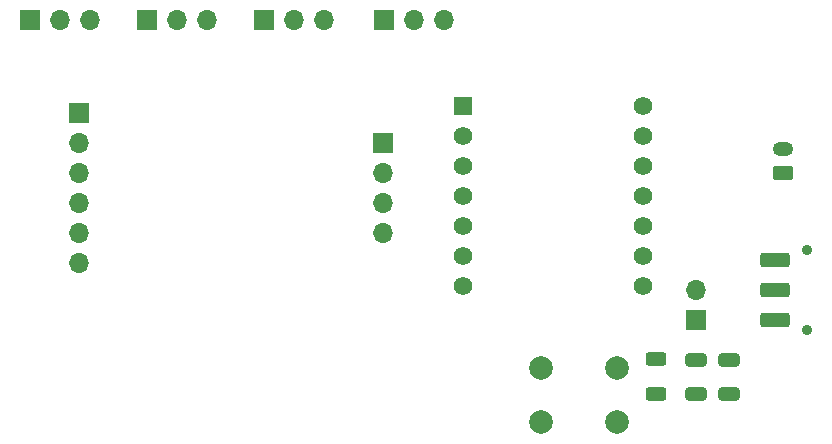
<source format=gbr>
%TF.GenerationSoftware,KiCad,Pcbnew,8.0.8*%
%TF.CreationDate,2025-02-27T22:48:28-08:00*%
%TF.ProjectId,SmartLitterBoxSensor,536d6172-744c-4697-9474-6572426f7853,rev?*%
%TF.SameCoordinates,Original*%
%TF.FileFunction,Soldermask,Top*%
%TF.FilePolarity,Negative*%
%FSLAX46Y46*%
G04 Gerber Fmt 4.6, Leading zero omitted, Abs format (unit mm)*
G04 Created by KiCad (PCBNEW 8.0.8) date 2025-02-27 22:48:28*
%MOMM*%
%LPD*%
G01*
G04 APERTURE LIST*
G04 Aperture macros list*
%AMRoundRect*
0 Rectangle with rounded corners*
0 $1 Rounding radius*
0 $2 $3 $4 $5 $6 $7 $8 $9 X,Y pos of 4 corners*
0 Add a 4 corners polygon primitive as box body*
4,1,4,$2,$3,$4,$5,$6,$7,$8,$9,$2,$3,0*
0 Add four circle primitives for the rounded corners*
1,1,$1+$1,$2,$3*
1,1,$1+$1,$4,$5*
1,1,$1+$1,$6,$7*
1,1,$1+$1,$8,$9*
0 Add four rect primitives between the rounded corners*
20,1,$1+$1,$2,$3,$4,$5,0*
20,1,$1+$1,$4,$5,$6,$7,0*
20,1,$1+$1,$6,$7,$8,$9,0*
20,1,$1+$1,$8,$9,$2,$3,0*%
G04 Aperture macros list end*
%ADD10C,0.900000*%
%ADD11RoundRect,0.250000X1.000000X-0.375000X1.000000X0.375000X-1.000000X0.375000X-1.000000X-0.375000X0*%
%ADD12RoundRect,0.250000X-0.650000X0.325000X-0.650000X-0.325000X0.650000X-0.325000X0.650000X0.325000X0*%
%ADD13RoundRect,0.102000X-0.679000X-0.679000X0.679000X-0.679000X0.679000X0.679000X-0.679000X0.679000X0*%
%ADD14C,1.562000*%
%ADD15R,1.700000X1.700000*%
%ADD16O,1.700000X1.700000*%
%ADD17C,2.000000*%
%ADD18RoundRect,0.250000X0.625000X-0.350000X0.625000X0.350000X-0.625000X0.350000X-0.625000X-0.350000X0*%
%ADD19O,1.750000X1.200000*%
%ADD20RoundRect,0.250000X0.625000X-0.312500X0.625000X0.312500X-0.625000X0.312500X-0.625000X-0.312500X0*%
G04 APERTURE END LIST*
D10*
%TO.C,SW1*%
X202184000Y-111350000D03*
X202184000Y-104550000D03*
D11*
X199434000Y-110450000D03*
X199434000Y-107950000D03*
X199434000Y-105450000D03*
%TD*%
D12*
%TO.C,C2*%
X192786000Y-113841000D03*
X192786000Y-116791000D03*
%TD*%
D13*
%TO.C,U2*%
X173034000Y-92392000D03*
D14*
X173034000Y-94932000D03*
X173034000Y-97472000D03*
X173034000Y-100012000D03*
X173034000Y-102552000D03*
X173034000Y-105092000D03*
X173034000Y-107632000D03*
X188274000Y-107632000D03*
X188274000Y-105092000D03*
X188274000Y-102552000D03*
X188274000Y-100012000D03*
X188274000Y-97472000D03*
X188274000Y-94932000D03*
X188274000Y-92392000D03*
%TD*%
D15*
%TO.C,J4*%
X146304000Y-85090000D03*
D16*
X148844000Y-85090000D03*
X151384000Y-85090000D03*
%TD*%
D17*
%TO.C,SW2*%
X179630000Y-114590000D03*
X186130000Y-114590000D03*
X179630000Y-119090000D03*
X186130000Y-119090000D03*
%TD*%
D15*
%TO.C,J1*%
X156180000Y-85090000D03*
D16*
X158720000Y-85090000D03*
X161260000Y-85090000D03*
%TD*%
D15*
%TO.C,J3*%
X136383000Y-85090000D03*
D16*
X138923000Y-85090000D03*
X141463000Y-85090000D03*
%TD*%
D18*
%TO.C,BT1*%
X200110000Y-98028000D03*
D19*
X200110000Y-96028000D03*
%TD*%
D15*
%TO.C,J5*%
X192786000Y-110495000D03*
D16*
X192786000Y-107955000D03*
%TD*%
D20*
%TO.C,R2*%
X189391000Y-116745500D03*
X189391000Y-113820500D03*
%TD*%
D15*
%TO.C,J2*%
X166340000Y-85090000D03*
D16*
X168880000Y-85090000D03*
X171420000Y-85090000D03*
%TD*%
D15*
%TO.C,U1*%
X140546000Y-92964000D03*
D16*
X140546000Y-95504000D03*
X140546000Y-98044000D03*
X140546000Y-100584000D03*
X140546000Y-103124000D03*
X140546000Y-105664000D03*
X166286000Y-103124000D03*
X166286000Y-100584000D03*
X166286000Y-98044000D03*
D15*
X166286000Y-95504000D03*
%TD*%
D12*
%TO.C,C1*%
X195580000Y-113841000D03*
X195580000Y-116791000D03*
%TD*%
M02*

</source>
